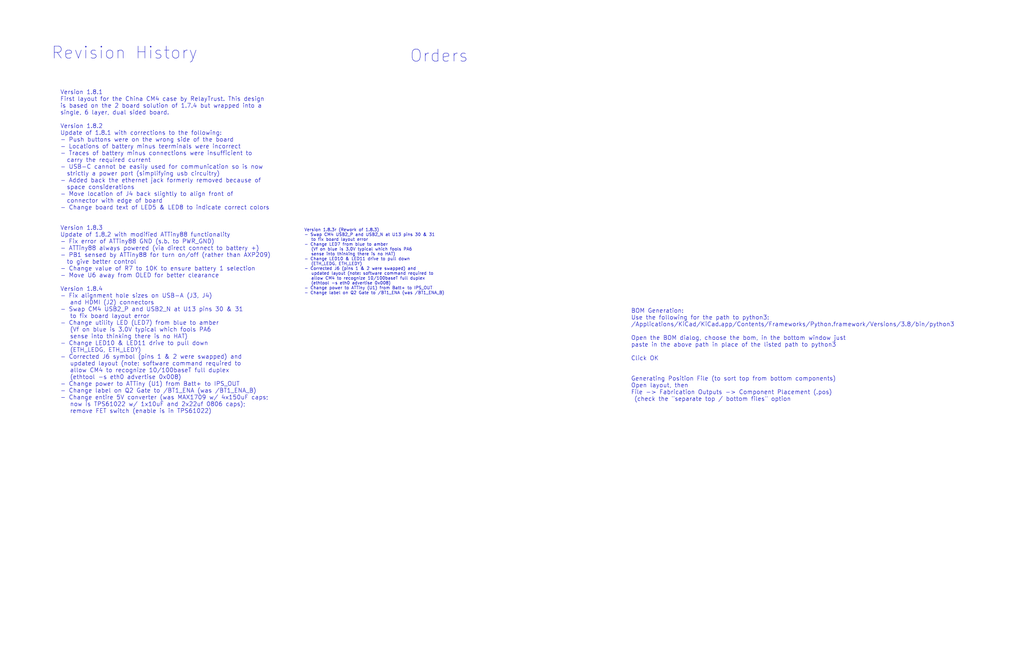
<source format=kicad_sch>
(kicad_sch (version 20211123) (generator eeschema)
  (paper "B")
  (title_block (title "ConnectBox CM4 for China Case ") (date "2022-07-24") (rev "1.8.4") (comment 1 "JRA"))
  (lib_symbols)
  (text "Orders" (at 172.72 26.67 0) (effects (font (size 5.08 5.08)) (justify left bottom)))
  (text "BOM Generation:\nUse the following for the path to python3:\n/Applications/KiCad/KiCad.app/Contents/Frameworks/Python.framework/Versions/3.8/bin/python3\n\nOpen the BOM dialog, choose the bom, in the bottom window just \npaste in the above path in place of the listed path to python3\n\nClick OK \n\n\nGenerating Position File (to sort top from bottom components)\nOpen layout, then\nFile -> Fabrication Outputs -> Component Placement (.pos)\n (check the \"separate top / bottom files\" option\n" (at 266.065 169.545 0) (effects (font (size 1.778 1.778)) (justify left bottom)))
  (text "Version 1.8.1\nFirst layout for the China CM4 case by RelayTrust. This design\nis based on the 2 board solution of 1.7.4 but wrapped into a \nsingle, 6 layer, dual sided board.\n\nVersion 1.8.2\nUpdate of 1.8.1 with corrections to the following:\n- Push buttons were on the wrong side of the board\n- Locations of battery minus teerminals were incorrect\n- Traces of battery minus connections were insufficient to\n  carry the required current\n- USB-C cannot be easily used for communication so is now \n  strictly a power port (simplifying usb circuitry)\n- Added back the ethernet jack formerly removed because of\n  space considerations\n- Move location of J4 back slightly to align front of \n  connector with edge of board\n- Change board text of LED5 & LED8 to indicate correct colors\n\n \nVersion 1.8.3\nUpdate of 1.8.2 with modified ATTiny88 functionality\n- Fix error of ATTiny88 GND (s.b. to PWR_GND)\n- ATTiny88 always powered (via direct connect to battery +)\n- PB1 sensed by ATTiny88 for turn on/off (rather than AXP209)\n  to give better control\n- Change value of R7 to 10K to ensure battery 1 selection\n- Move U6 away from OLED for better clearance\n\nVersion 1.8.4\n- Fix alignment hole sizes on USB-A (J3, J4)\n   and HDMI (J2) connectors\n- Swap CM4 USB2_P and USB2_N at U13 pins 30 & 31\n   to fix board layout error\n- Change utility LED (LED7) from blue to amber\n   (Vf on blue is 3.0V typical which fools PA6\n   sense into thinking there is no HAT)\n- Change LED10 & LED11 drive to pull down \n   (ETH_LEDG, ETH_LEDY)\n- Corrected J6 symbol (pins 1 & 2 were swapped) and\n   updated layout (note: software command required to\n   allow CM4 to recognize 10/100baseT full duplex\n   (ethtool -s eth0 advertise 0x008)\n- Change power to ATTiny (U1) from Batt+ to IPS_OUT\n- Change label on Q2 Gate to /BT1_ENA (was /BT1_ENA_B)\n- Change entire 5V converter (was MAX1709 w/ 4x150uF caps; \n   now is TPS61022 w/ 1x10uF and 2x22uf 0806 caps); \n   remove FET switch (enable is in TPS61022)\n" (at 25.4 174.625 0) (effects (font (size 1.778 1.778)) (justify left bottom)))
  (text "Version 1.8.3r (Rework of 1.8.3)\n- Swap CM4 USB2_P and USB2_N at U13 pins 30 & 31\n   to fix board layout error\n- Change LED7 from blue to amber\n   (Vf on blue is 3.0V typical which fools PA6\n   sense into thinking there is no HAT)\n- Change LED10 & LED11 drive to pull down \n   (ETH_LEDG, ETH_LEDY)\n- Corrected J6 (pins 1 & 2 were swapped) and\n   updated layout (note: software command required to\n   allow CM4 to recognize 10/100baseT full duplex\n   (ethtool -s eth0 advertise 0x008)\n- Change power to ATTiny (U1) from Batt+ to IPS_OUT\n- Change label on Q2 Gate to /BT1_ENA (was /BT1_ENA_B)\n" (at 128.27 124.46 0) (effects (font (size 1.27 1.27)) (justify left bottom)))
  (text "Revision History" (at 21.59 25.4 0) (effects (font (size 5.08 5.08)) (justify left bottom)))
)
</source>
